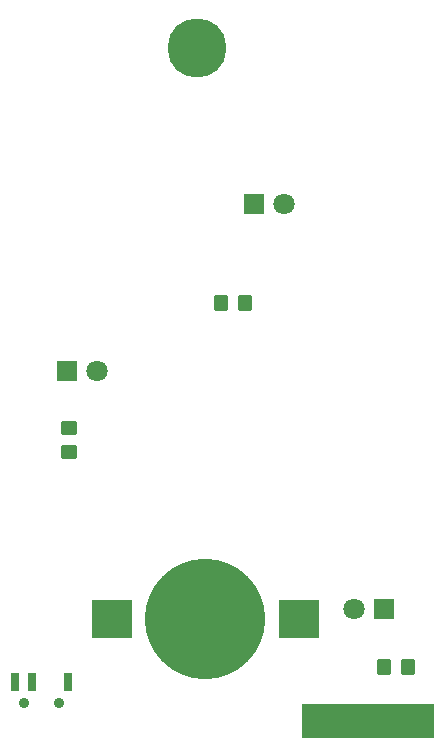
<source format=gbr>
%TF.GenerationSoftware,KiCad,Pcbnew,8.0.4*%
%TF.CreationDate,2024-12-02T20:50:41-07:00*%
%TF.ProjectId,tree,74726565-2e6b-4696-9361-645f70636258,rev?*%
%TF.SameCoordinates,Original*%
%TF.FileFunction,Soldermask,Bot*%
%TF.FilePolarity,Negative*%
%FSLAX46Y46*%
G04 Gerber Fmt 4.6, Leading zero omitted, Abs format (unit mm)*
G04 Created by KiCad (PCBNEW 8.0.4) date 2024-12-02 20:50:41*
%MOMM*%
%LPD*%
G01*
G04 APERTURE LIST*
G04 Aperture macros list*
%AMRoundRect*
0 Rectangle with rounded corners*
0 $1 Rounding radius*
0 $2 $3 $4 $5 $6 $7 $8 $9 X,Y pos of 4 corners*
0 Add a 4 corners polygon primitive as box body*
4,1,4,$2,$3,$4,$5,$6,$7,$8,$9,$2,$3,0*
0 Add four circle primitives for the rounded corners*
1,1,$1+$1,$2,$3*
1,1,$1+$1,$4,$5*
1,1,$1+$1,$6,$7*
1,1,$1+$1,$8,$9*
0 Add four rect primitives between the rounded corners*
20,1,$1+$1,$2,$3,$4,$5,0*
20,1,$1+$1,$4,$5,$6,$7,0*
20,1,$1+$1,$6,$7,$8,$9,0*
20,1,$1+$1,$8,$9,$2,$3,0*%
G04 Aperture macros list end*
%ADD10C,0.100000*%
%ADD11C,5.000000*%
%ADD12C,0.900000*%
%ADD13R,0.700000X1.500000*%
%ADD14R,3.500000X3.300000*%
%ADD15C,10.200000*%
%ADD16R,1.800000X1.800000*%
%ADD17C,1.800000*%
%ADD18RoundRect,0.250000X0.350000X0.450000X-0.350000X0.450000X-0.350000X-0.450000X0.350000X-0.450000X0*%
%ADD19RoundRect,0.250000X-0.450000X0.350000X-0.450000X-0.350000X0.450000X-0.350000X0.450000X0.350000X0*%
G04 APERTURE END LIST*
D10*
X155000000Y-115600000D02*
X166100000Y-115600000D01*
X166100000Y-118400000D01*
X155000000Y-118400000D01*
X155000000Y-115600000D01*
G36*
X155000000Y-115600000D02*
G01*
X166100000Y-115600000D01*
X166100000Y-118400000D01*
X155000000Y-118400000D01*
X155000000Y-115600000D01*
G37*
D11*
%TO.C,*%
X146100000Y-60000000D03*
%TD*%
D12*
%TO.C,SW1*%
X134450000Y-115460000D03*
X131450000Y-115460000D03*
D13*
X135200000Y-113700000D03*
X132200000Y-113700000D03*
X130700000Y-113700000D03*
%TD*%
D14*
%TO.C,BT1*%
X138951945Y-108398207D03*
X154751945Y-108398207D03*
D15*
X146851945Y-108398207D03*
%TD*%
D16*
%TO.C,D3*%
X151000000Y-73200000D03*
D17*
X153540000Y-73200000D03*
%TD*%
D18*
%TO.C,R3*%
X150200000Y-81600000D03*
X148200000Y-81600000D03*
%TD*%
D19*
%TO.C,R2*%
X135300000Y-92200000D03*
X135300000Y-94200000D03*
%TD*%
D16*
%TO.C,D2*%
X135160000Y-87400000D03*
D17*
X137700000Y-87400000D03*
%TD*%
D18*
%TO.C,R1*%
X164000000Y-112400000D03*
X162000000Y-112400000D03*
%TD*%
D16*
%TO.C,D1*%
X161940000Y-107500000D03*
D17*
X159400000Y-107500000D03*
%TD*%
M02*

</source>
